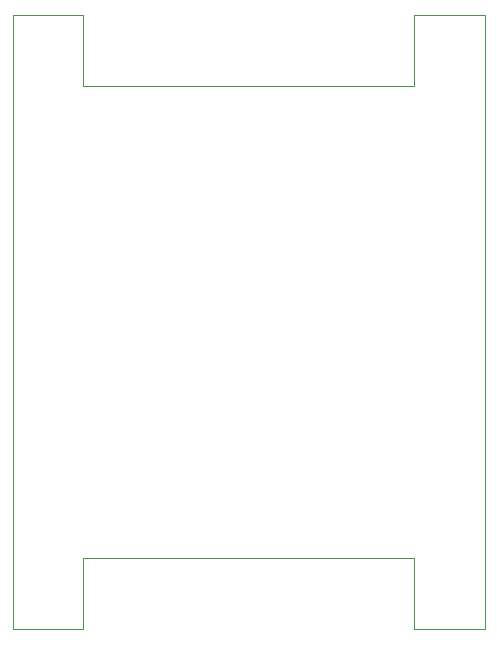
<source format=gbr>
G04 #@! TF.GenerationSoftware,KiCad,Pcbnew,(5.1.5)-3*
G04 #@! TF.CreationDate,2020-10-16T21:55:23+02:00*
G04 #@! TF.ProjectId,_Level,b54c6576-656c-42e6-9b69-6361645f7063,rev?*
G04 #@! TF.SameCoordinates,Original*
G04 #@! TF.FileFunction,Profile,NP*
%FSLAX46Y46*%
G04 Gerber Fmt 4.6, Leading zero omitted, Abs format (unit mm)*
G04 Created by KiCad (PCBNEW (5.1.5)-3) date 2020-10-16 21:55:23*
%MOMM*%
%LPD*%
G04 APERTURE LIST*
%ADD10C,0.050000*%
%ADD11C,0.120000*%
G04 APERTURE END LIST*
D10*
X169000000Y-116000000D02*
X169000000Y-110000000D01*
X175000000Y-116000000D02*
X169000000Y-116000000D01*
X175000000Y-110000000D02*
X175000000Y-116000000D01*
X141000000Y-116000000D02*
X141000000Y-110000000D01*
X135000000Y-116000000D02*
X141000000Y-116000000D01*
X135000000Y-110000000D02*
X135000000Y-116000000D01*
X169000000Y-64000000D02*
X169000000Y-70000000D01*
X175000000Y-64000000D02*
X169000000Y-64000000D01*
X175000000Y-70000000D02*
X175000000Y-64000000D01*
X141000000Y-64000000D02*
X141000000Y-70000000D01*
X135000000Y-64000000D02*
X141000000Y-64000000D01*
X135000000Y-70000000D02*
X135000000Y-64000000D01*
D11*
X175000000Y-110000000D02*
X175000000Y-70000000D01*
X141000000Y-110000000D02*
X169000000Y-110000000D01*
X135000000Y-70000000D02*
X135000000Y-110000000D01*
X169000000Y-70000000D02*
X141000000Y-70000000D01*
M02*

</source>
